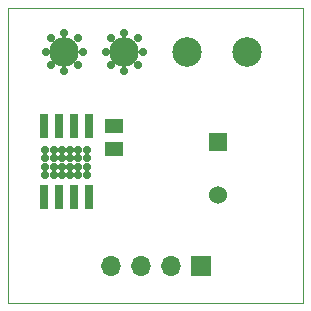
<source format=gbr>
%TF.GenerationSoftware,KiCad,Pcbnew,(7.0.0)*%
%TF.CreationDate,2023-08-29T19:28:47-03:00*%
%TF.ProjectId,Driver_TB67H451AFNG,44726976-6572-45f5-9442-363748343531,rev?*%
%TF.SameCoordinates,Original*%
%TF.FileFunction,Soldermask,Top*%
%TF.FilePolarity,Negative*%
%FSLAX46Y46*%
G04 Gerber Fmt 4.6, Leading zero omitted, Abs format (unit mm)*
G04 Created by KiCad (PCBNEW (7.0.0)) date 2023-08-29 19:28:47*
%MOMM*%
%LPD*%
G01*
G04 APERTURE LIST*
%ADD10C,2.500000*%
%ADD11R,0.711200X2.000000*%
%ADD12C,0.700000*%
%ADD13R,1.700000X1.700000*%
%ADD14O,1.700000X1.700000*%
%ADD15R,1.524000X1.524000*%
%ADD16C,1.524000*%
%ADD17R,1.498600X1.300480*%
%TA.AperFunction,Profile*%
%ADD18C,0.100000*%
%TD*%
G04 APERTURE END LIST*
D10*
%TO.C,J1*%
X165520000Y-90000000D03*
X160440000Y-90000000D03*
%TD*%
D11*
%TO.C,U1*%
X148344999Y-102329999D03*
D12*
X148450000Y-98330000D03*
X148450000Y-99030000D03*
X148450000Y-99730000D03*
X148450000Y-100430000D03*
X149150000Y-98330000D03*
X149150000Y-99030000D03*
X149150000Y-99730000D03*
X149150000Y-100430000D03*
X149850000Y-98330000D03*
X149850000Y-99030000D03*
X149850000Y-99730000D03*
X149850000Y-100430000D03*
X150550000Y-98330000D03*
X150550000Y-99030000D03*
X150550000Y-99730000D03*
X150550000Y-100430000D03*
X151250000Y-98330000D03*
X151250000Y-99030000D03*
X151250000Y-99730000D03*
X151250000Y-100430000D03*
X151950000Y-98330000D03*
X151950000Y-99030000D03*
X151950000Y-99730000D03*
X151950000Y-100430000D03*
D11*
X149614999Y-102329999D03*
X150884999Y-102329999D03*
X152154999Y-102329999D03*
X152154999Y-96329999D03*
X150884999Y-96329999D03*
X149614999Y-96329999D03*
X148344999Y-96329999D03*
%TD*%
D13*
%TO.C,J4*%
X161589999Y-108149999D03*
D14*
X159049999Y-108149999D03*
X156509999Y-108149999D03*
X153969999Y-108149999D03*
%TD*%
D15*
%TO.C,C2*%
X163039999Y-97669999D03*
D16*
X163040000Y-102170000D03*
%TD*%
D17*
%TO.C,C1*%
X154249999Y-96329999D03*
X154249999Y-98234999D03*
%TD*%
D12*
%TO.C,J3*%
X156750000Y-90000000D03*
X156280000Y-91120000D03*
X156280000Y-88880000D03*
X155150000Y-91600000D03*
D10*
X155150000Y-90000000D03*
D12*
X155150000Y-88400000D03*
X154010000Y-91120000D03*
X154010000Y-88880000D03*
X153560000Y-90000000D03*
X151670000Y-90000000D03*
X151200000Y-91120000D03*
X151200000Y-88880000D03*
X150070000Y-91600000D03*
D10*
X150070000Y-90000000D03*
D12*
X150070000Y-88400000D03*
X148930000Y-91120000D03*
X148930000Y-88880000D03*
X148480000Y-90000000D03*
%TD*%
D18*
X145290000Y-86280000D02*
X170290000Y-86280000D01*
X170290000Y-86280000D02*
X170290000Y-111280000D01*
X170290000Y-111280000D02*
X145290000Y-111280000D01*
X145290000Y-111280000D02*
X145290000Y-86280000D01*
M02*

</source>
